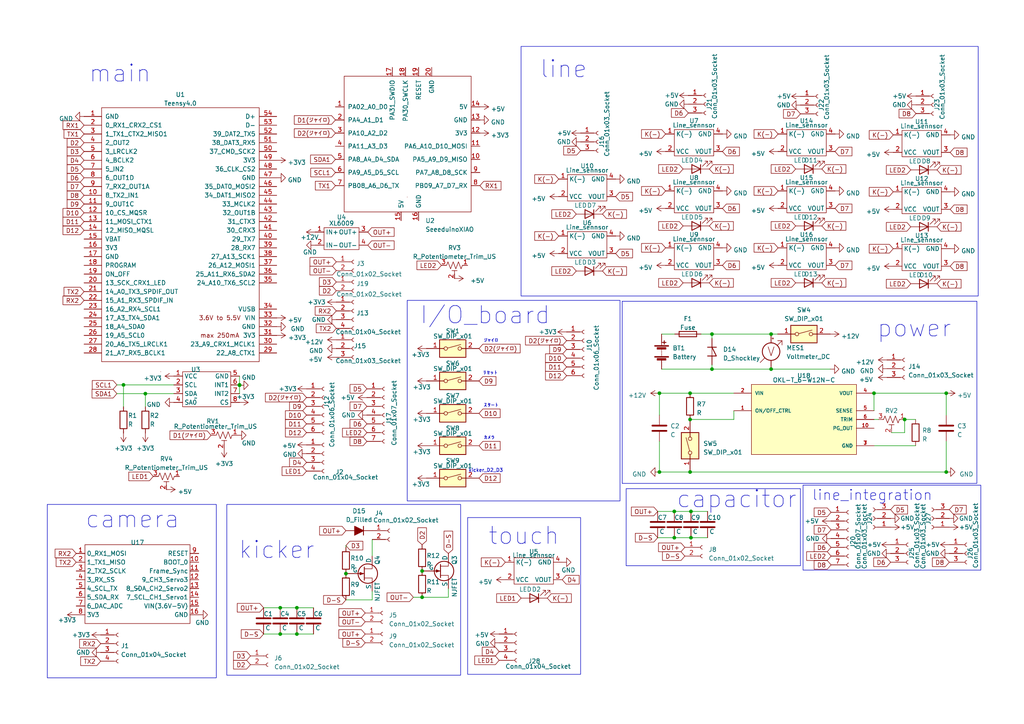
<source format=kicad_sch>
(kicad_sch (version 20230121) (generator eeschema)
  (paper "A4")
  (title_block (title "北九州オープン") (date "2023-08-01"))
  (junction (at 100.33 166.37))
  (junction (at 274.447 136.906))
  (junction (at 200.406 148.336))
  (junction (at 81.28 183.896))
  (junction (at 200.406 155.956))
  (junction (at 69.469 111.7352))
  (junction (at 200.152 136.906))
  (junction (at 274.447 114.046))
  (junction (at 191.262 114.046))
  (junction (at 200.152 121.666))
  (junction (at 253.492 114.046))
  (junction (at 81.28 176.276))
  (junction (at 262.382 121.666))
  (junction (at 69.469 111.633))
  (junction (at 35.814 111.633))
  (junction (at 223.647 96.901))
  (junction (at 191.262 136.906))
  (junction (at 86.106 183.896))
  (junction (at 42.164 114.173))
  (junction (at 195.58 155.956))
  (junction (at 122.428 173.228))
  (junction (at 122.428 165.608))
  (junction (at 206.502 96.901))
  (junction (at 86.106 176.276))
  (junction (at 195.58 148.336))
  (junction (at 206.502 107.061))
  (junction (at 200.152 114.046))
  (junction (at 223.647 107.061))
  (wire (pts (xy 69.469 111.7352) (xy 69.469 114.173)))
  (wire (pts (xy 76.454 183.896) (xy 81.28 183.896)))
  (wire (pts (xy 274.447 136.906) (xy 200.152 136.906)))
  (wire (pts (xy 253.492 121.666) (xy 254.762 121.666)))
  (wire (pts (xy 212.852 119.126) (xy 212.852 121.666)))
  (wire (pts (xy 69.469 109.093) (xy 69.469 111.633)))
  (wire (pts (xy 258.572 125.476) (xy 262.382 125.476)))
  (wire (pts (xy 274.447 114.046) (xy 274.447 120.396)))
  (wire (pts (xy 107.95 156.464) (xy 107.95 161.29)))
  (wire (pts (xy 130.048 173.228) (xy 122.428 173.228)))
  (wire (pts (xy 191.262 120.396) (xy 191.262 114.046)))
  (wire (pts (xy 107.95 171.45) (xy 107.95 173.99)))
  (wire (pts (xy 69.469 111.633) (xy 69.469 111.7352)))
  (wire (pts (xy 274.447 128.016) (xy 274.447 136.906)))
  (wire (pts (xy 190.754 155.956) (xy 195.58 155.956)))
  (wire (pts (xy 76.454 176.276) (xy 81.28 176.276)))
  (wire (pts (xy 191.262 128.016) (xy 191.262 136.906)))
  (wire (pts (xy 100.33 173.99) (xy 107.95 173.99)))
  (wire (pts (xy 195.58 148.336) (xy 200.406 148.336)))
  (wire (pts (xy 195.58 155.956) (xy 200.406 155.956)))
  (wire (pts (xy 200.152 114.046) (xy 212.852 114.046)))
  (wire (pts (xy 191.897 107.061) (xy 206.502 107.061)))
  (wire (pts (xy 191.262 114.046) (xy 200.152 114.046)))
  (wire (pts (xy 253.492 114.046) (xy 274.447 114.046)))
  (wire (pts (xy 206.502 107.061) (xy 206.502 105.791)))
  (wire (pts (xy 100.33 158.242) (xy 100.33 158.75)))
  (wire (pts (xy 190.754 148.336) (xy 195.58 148.336)))
  (wire (pts (xy 81.28 183.896) (xy 86.106 183.896)))
  (wire (pts (xy 33.909 111.633) (xy 35.814 111.633)))
  (wire (pts (xy 200.406 148.336) (xy 205.232 148.336)))
  (wire (pts (xy 191.897 96.901) (xy 195.707 96.901)))
  (wire (pts (xy 223.647 107.061) (xy 240.792 107.061)))
  (wire (pts (xy 206.502 96.901) (xy 223.647 96.901)))
  (wire (pts (xy 35.814 111.633) (xy 50.419 111.633)))
  (wire (pts (xy 42.164 114.173) (xy 42.164 117.983)))
  (wire (pts (xy 191.262 136.906) (xy 200.152 136.906)))
  (wire (pts (xy 262.382 125.476) (xy 262.382 121.666)))
  (wire (pts (xy 212.852 121.666) (xy 200.152 121.666)))
  (wire (pts (xy 203.327 96.901) (xy 206.502 96.901)))
  (wire (pts (xy 223.647 96.901) (xy 225.552 96.901)))
  (wire (pts (xy 42.164 114.173) (xy 50.419 114.173)))
  (wire (pts (xy 86.106 183.896) (xy 90.932 183.896)))
  (wire (pts (xy 35.814 117.983) (xy 35.814 111.633)))
  (wire (pts (xy 130.048 170.688) (xy 130.048 173.228)))
  (wire (pts (xy 262.382 121.666) (xy 265.557 121.666)))
  (wire (pts (xy 206.502 96.901) (xy 206.502 98.171)))
  (wire (pts (xy 253.492 129.286) (xy 265.557 129.286)))
  (wire (pts (xy 206.502 107.061) (xy 223.647 107.061)))
  (wire (pts (xy 200.406 155.956) (xy 205.232 155.956)))
  (wire (pts (xy 33.909 114.173) (xy 42.164 114.173)))
  (wire (pts (xy 119.888 173.228) (xy 122.428 173.228)))
  (wire (pts (xy 253.492 114.046) (xy 253.492 119.126)))
  (wire (pts (xy 86.106 176.276) (xy 90.932 176.276)))
  (wire (pts (xy 81.28 176.276) (xy 86.106 176.276)))
  (rectangle (start 13.716 146.304) (end 62.738 196.596))
  (rectangle (start 65.786 146.304) (end 133.604 195.834))
  (rectangle (start 135.636 150.114) (end 168.402 195.58))
  (rectangle (start 151.13 13.462) (end 283.718 85.852))
  (rectangle (start 180.467 87.376) (end 283.337 140.208))
  (rectangle (start 118.11 87.122) (end 179.832 145.288))
  (rectangle (start 232.918 140.716) (end 284.48 165.354))
  (rectangle (start 181.61 141.732) (end 232.156 164.084))
  (text "ジャイロ" (at 140.208 99.568 0) (effects (font (size 1 1)) (justify left bottom)))
  (text "kicker_D2_D3" (at 135.89 137.16 0) (effects (font (size 1 1)) (justify left bottom)))
  (text "power" (at 254.254 98.298 0) (effects (font (size 5 5)) (justify left bottom)))
  (text "main" (at 25.654 24.384 0) (effects (font (size 5 5)) (justify left bottom)))
  (text "kicker" (at 69.088 162.56 0) (effects (font (size 5 5)) (justify left bottom)))
  (text "line_integration" (at 235.458 145.542 0) (effects (font (size 3 3)) (justify left bottom)))
  (text "touch" (at 141.478 158.496 0) (effects (font (size 5 5)) (justify left bottom)))
  (text "capacitor" (at 196.088 147.828 0) (effects (font (size 5 5)) (justify left bottom)))
  (text "line" (at 156.464 23.114 0) (effects (font (size 5 5)) (justify left bottom)))
  (text "I/O_board" (at 121.666 94.488 0) (effects (font (size 5 5)) (justify left bottom)))
  (text "リセット" (at 139.954 108.966 0) (effects (font (size 1 1)) (justify left bottom)))
  (text "スタート" (at 140.208 118.364 0) (effects (font (size 1 1)) (justify left bottom)))
  (text "camera" (at 24.638 153.67 0) (effects (font (size 5 5)) (justify left bottom)))
  (text "カメラ" (at 140.208 127.762 0) (effects (font (size 1 1)) (justify left bottom)))
  (global_label "D5" (shape input) (at 178.562 73.533 0) (property "Intersheetrefs" "${INTERSHEET_REFS}" (effects hide)))
  (global_label "D10" (shape input) (at 164.338 103.886 180) (property "Intersheetrefs" "${INTERSHEET_REFS}" (effects hide)))
  (global_label "OUT+" (shape input) (at 105.918 177.8 180) (property "Intersheetrefs" "${INTERSHEET_REFS}" (effects hide)))
  (global_label "D11" (shape input) (at 24.384 64.262 180) (property "Intersheetrefs" "${INTERSHEET_REFS}" (effects hide)))
  (global_label "D-S" (shape input) (at 130.048 160.528 90) (property "Intersheetrefs" "${INTERSHEET_REFS}" (effects hide)))
  (global_label "D9" (shape input) (at 138.938 110.49 0) (property "Intersheetrefs" "${INTERSHEET_REFS}" (effects hide)))
  (global_label "D7" (shape input) (at 24.384 54.102 180) (property "Intersheetrefs" "${INTERSHEET_REFS}" (effects hide)))
  (global_label "D6" (shape input) (at 209.55 60.452 0) (property "Intersheetrefs" "${INTERSHEET_REFS}" (effects hide)))
  (global_label "K(-)" (shape input) (at 259.08 55.626 180) (property "Intersheetrefs" "${INTERSHEET_REFS}" (effects hide)))
  (global_label "SDA1" (shape input) (at 97.282 46.228 180) (property "Intersheetrefs" "${INTERSHEET_REFS}" (effects hide)))
  (global_label "D7" (shape input) (at 242.189 76.962 0) (property "Intersheetrefs" "${INTERSHEET_REFS}" (effects hide)))
  (global_label "LED1" (shape input) (at 144.78 191.516 180) (property "Intersheetrefs" "${INTERSHEET_REFS}" (effects hide)))
  (global_label "OUT+" (shape input) (at 105.918 183.896 180) (property "Intersheetrefs" "${INTERSHEET_REFS}" (effects hide)))
  (global_label "D11" (shape input) (at 164.338 106.426 180) (property "Intersheetrefs" "${INTERSHEET_REFS}" (effects hide)))
  (global_label "D11" (shape input) (at 138.938 129.286 0) (property "Intersheetrefs" "${INTERSHEET_REFS}" (effects hide)))
  (global_label "D5" (shape input) (at 168.402 43.688 180) (property "Intersheetrefs" "${INTERSHEET_REFS}" (effects hide)))
  (global_label "D5" (shape input) (at 24.384 49.022 180) (property "Intersheetrefs" "${INTERSHEET_REFS}" (effects hide)))
  (global_label "D7" (shape input) (at 241.046 153.67 180) (property "Intersheetrefs" "${INTERSHEET_REFS}" (effects hide)))
  (global_label "LED1" (shape input) (at 88.9 136.652 180) (property "Intersheetrefs" "${INTERSHEET_REFS}" (effects hide)))
  (global_label "LED2" (shape input) (at 106.426 125.476 180) (property "Intersheetrefs" "${INTERSHEET_REFS}" (effects hide)))
  (global_label "D12" (shape input) (at 88.9 125.476 180) (property "Intersheetrefs" "${INTERSHEET_REFS}" (effects hide)))
  (global_label "OUT+" (shape input) (at 198.628 158.75 180) (property "Intersheetrefs" "${INTERSHEET_REFS}" (effects hide)))
  (global_label "D7" (shape input) (at 232.156 33.02 180) (property "Intersheetrefs" "${INTERSHEET_REFS}" (effects hide)))
  (global_label "D8" (shape input) (at 275.59 60.706 0) (property "Intersheetrefs" "${INTERSHEET_REFS}" (effects hide)))
  (global_label "RX2" (shape input) (at 29.21 186.69 180) (property "Intersheetrefs" "${INTERSHEET_REFS}" (effects hide)))
  (global_label "D5" (shape input) (at 178.562 57.023 0) (property "Intersheetrefs" "${INTERSHEET_REFS}" (effects hide)))
  (global_label "K(-)" (shape input) (at 238.379 65.532 0) (property "Intersheetrefs" "${INTERSHEET_REFS}" (effects hide)))
  (global_label "K(-)" (shape input) (at 238.379 49.022 0) (property "Intersheetrefs" "${INTERSHEET_REFS}" (effects hide)))
  (global_label "SCL1" (shape input) (at 33.909 111.633 180) (property "Intersheetrefs" "${INTERSHEET_REFS}" (effects hide)))
  (global_label "K(-)" (shape input) (at 193.04 71.882 180) (property "Intersheetrefs" "${INTERSHEET_REFS}" (effects hide)))
  (global_label "OUT+" (shape input) (at 106.68 67.31 0) (property "Intersheetrefs" "${INTERSHEET_REFS}" (effects hide)))
  (global_label "D2" (shape input) (at 97.536 84.328 180) (property "Intersheetrefs" "${INTERSHEET_REFS}" (effects hide)))
  (global_label "D-S" (shape input) (at 100.33 173.99 180) (property "Intersheetrefs" "${INTERSHEET_REFS}" (effects hide)))
  (global_label "LED2" (shape input) (at 264.16 82.296 180) (property "Intersheetrefs" "${INTERSHEET_REFS}" (effects hide)))
  (global_label "D3" (shape input) (at 72.644 190.246 180) (property "Intersheetrefs" "${INTERSHEET_REFS}" (effects hide)))
  (global_label "D4" (shape input) (at 88.9 134.112 180) (property "Intersheetrefs" "${INTERSHEET_REFS}" (effects hide)))
  (global_label "D4" (shape input) (at 144.78 188.976 180) (property "Intersheetrefs" "${INTERSHEET_REFS}" (effects hide)))
  (global_label "D2" (shape input) (at 72.644 192.786 180) (property "Intersheetrefs" "${INTERSHEET_REFS}" (effects hide)))
  (global_label "LED2" (shape input) (at 167.132 62.103 180) (property "Intersheetrefs" "${INTERSHEET_REFS}" (effects hide)))
  (global_label "OUT+" (shape input) (at 190.754 148.336 180) (property "Intersheetrefs" "${INTERSHEET_REFS}" (effects hide)))
  (global_label "D7" (shape input) (at 106.426 117.856 180) (property "Intersheetrefs" "${INTERSHEET_REFS}" (effects hide)))
  (global_label "LED2" (shape input) (at 230.759 65.532 180) (property "Intersheetrefs" "${INTERSHEET_REFS}" (effects hide)))
  (global_label "OUT+" (shape input) (at 97.536 75.946 180) (property "Intersheetrefs" "${INTERSHEET_REFS}" (effects hide)))
  (global_label "K(-)" (shape input) (at 259.08 72.136 180) (property "Intersheetrefs" "${INTERSHEET_REFS}" (effects hide)))
  (global_label "D6" (shape input) (at 199.644 32.766 180) (property "Intersheetrefs" "${INTERSHEET_REFS}" (effects hide)))
  (global_label "LED1" (shape input) (at 44.45 138.176 180) (property "Intersheetrefs" "${INTERSHEET_REFS}" (effects hide)))
  (global_label "RX1" (shape input) (at 139.192 53.848 0) (property "Intersheetrefs" "${INTERSHEET_REFS}" (effects hide)))
  (global_label "TX2" (shape input) (at 97.536 95.25 180) (property "Intersheetrefs" "${INTERSHEET_REFS}" (effects hide)))
  (global_label "D7" (shape input) (at 275.336 147.828 0) (property "Intersheetrefs" "${INTERSHEET_REFS}" (effects hide)))
  (global_label "TX2" (shape input) (at 22.098 163.068 180) (property "Intersheetrefs" "${INTERSHEET_REFS}" (effects hide)))
  (global_label "D4" (shape input) (at 24.384 46.482 180) (property "Intersheetrefs" "${INTERSHEET_REFS}" (effects hide)))
  (global_label "TX2" (shape input) (at 24.384 84.582 180) (property "Intersheetrefs" "${INTERSHEET_REFS}" (effects hide)))
  (global_label "D-S" (shape input) (at 190.754 155.956 180) (property "Intersheetrefs" "${INTERSHEET_REFS}" (effects hide)))
  (global_label "D2(ジャイロ)" (shape input) (at 164.338 98.806 180) (property "Intersheetrefs" "${INTERSHEET_REFS}" (effects hide)))
  (global_label "D9" (shape input) (at 24.384 59.182 180) (property "Intersheetrefs" "${INTERSHEET_REFS}" (effects hide)))
  (global_label "D12" (shape input) (at 164.338 108.966 180) (property "Intersheetrefs" "${INTERSHEET_REFS}" (effects hide)))
  (global_label "D2" (shape input) (at 122.428 157.988 90) (property "Intersheetrefs" "${INTERSHEET_REFS}" (effects hide)))
  (global_label "TX2" (shape input) (at 29.21 191.77 180) (property "Intersheetrefs" "${INTERSHEET_REFS}" (effects hide)))
  (global_label "K(-)" (shape input) (at 174.752 62.103 0) (property "Intersheetrefs" "${INTERSHEET_REFS}" (effects hide)))
  (global_label "D-S" (shape input) (at 105.918 186.436 180) (property "Intersheetrefs" "${INTERSHEET_REFS}" (effects hide)))
  (global_label "D8" (shape input) (at 275.59 44.196 0) (property "Intersheetrefs" "${INTERSHEET_REFS}" (effects hide)))
  (global_label "LED2" (shape input) (at 128.016 76.962 180) (property "Intersheetrefs" "${INTERSHEET_REFS}" (effects hide)))
  (global_label "D1(ジャイロ)" (shape input) (at 61.214 126.238 180) (property "Intersheetrefs" "${INTERSHEET_REFS}" (effects hide)))
  (global_label "D9" (shape input) (at 88.9 117.856 180) (property "Intersheetrefs" "${INTERSHEET_REFS}" (effects hide)))
  (global_label "D4" (shape input) (at 163.068 168.148 0) (property "Intersheetrefs" "${INTERSHEET_REFS}" (effects hide)))
  (global_label "D5" (shape input) (at 106.426 112.776 180) (property "Intersheetrefs" "${INTERSHEET_REFS}" (effects hide)))
  (global_label "D2(ジャイロ)" (shape input) (at 88.9 115.316 180) (property "Intersheetrefs" "${INTERSHEET_REFS}" (effects hide)))
  (global_label "D10" (shape input) (at 138.938 119.888 0) (property "Intersheetrefs" "${INTERSHEET_REFS}" (effects hide)))
  (global_label "LED2" (shape input) (at 264.16 65.786 180) (property "Intersheetrefs" "${INTERSHEET_REFS}" (effects hide)))
  (global_label "K(-)" (shape input) (at 225.679 55.372 180) (property "Intersheetrefs" "${INTERSHEET_REFS}" (effects hide)))
  (global_label "LED2" (shape input) (at 167.132 78.613 180) (property "Intersheetrefs" "${INTERSHEET_REFS}" (effects hide)))
  (global_label "K(-)" (shape input) (at 205.74 82.042 0) (property "Intersheetrefs" "${INTERSHEET_REFS}" (effects hide)))
  (global_label "D5" (shape input) (at 241.046 148.59 180) (property "Intersheetrefs" "${INTERSHEET_REFS}" (effects hide)))
  (global_label "D8" (shape input) (at 106.426 128.016 180) (property "Intersheetrefs" "${INTERSHEET_REFS}" (effects hide)))
  (global_label "K(-)" (shape input) (at 271.78 49.276 0) (property "Intersheetrefs" "${INTERSHEET_REFS}" (effects hide)))
  (global_label "D6" (shape input) (at 258.318 163.068 180) (property "Intersheetrefs" "${INTERSHEET_REFS}" (effects hide)))
  (global_label "LED2" (shape input) (at 198.12 65.532 180) (property "Intersheetrefs" "${INTERSHEET_REFS}" (effects hide)))
  (global_label "D-S" (shape input) (at 198.628 161.29 180) (property "Intersheetrefs" "${INTERSHEET_REFS}" (effects hide)))
  (global_label "K(-)" (shape input) (at 193.04 55.372 180) (property "Intersheetrefs" "${INTERSHEET_REFS}" (effects hide)))
  (global_label "D3" (shape input) (at 24.384 43.942 180) (property "Intersheetrefs" "${INTERSHEET_REFS}" (effects hide)))
  (global_label "LED2" (shape input) (at 198.12 49.022 180) (property "Intersheetrefs" "${INTERSHEET_REFS}" (effects hide)))
  (global_label "D9" (shape input) (at 164.338 101.346 180) (property "Intersheetrefs" "${INTERSHEET_REFS}" (effects hide)))
  (global_label "OUT-" (shape input) (at 119.888 173.228 180) (property "Intersheetrefs" "${INTERSHEET_REFS}" (effects hide)))
  (global_label "K(-)" (shape input) (at 238.379 82.042 0) (property "Intersheetrefs" "${INTERSHEET_REFS}" (effects hide)))
  (global_label "K(-)" (shape input) (at 225.679 71.882 180) (property "Intersheetrefs" "${INTERSHEET_REFS}" (effects hide)))
  (global_label "D6" (shape input) (at 209.55 76.962 0) (property "Intersheetrefs" "${INTERSHEET_REFS}" (effects hide)))
  (global_label "D1(ジャイロ)" (shape input) (at 97.282 34.798 180) (property "Intersheetrefs" "${INTERSHEET_REFS}" (effects hide)))
  (global_label "D6" (shape input) (at 24.384 51.562 180) (property "Intersheetrefs" "${INTERSHEET_REFS}" (effects hide)))
  (global_label "K(-)" (shape input) (at 162.052 68.453 180) (property "Intersheetrefs" "${INTERSHEET_REFS}" (effects hide)))
  (global_label "K(-)" (shape input) (at 146.558 163.068 180) (property "Intersheetrefs" "${INTERSHEET_REFS}" (effects hide)))
  (global_label "D2" (shape input) (at 24.384 41.402 180) (property "Intersheetrefs" "${INTERSHEET_REFS}" (effects hide)))
  (global_label "RX2" (shape input) (at 22.098 160.528 180) (property "Intersheetrefs" "${INTERSHEET_REFS}" (effects hide)))
  (global_label "D2(ジャイロ)" (shape input) (at 97.282 38.608 180) (property "Intersheetrefs" "${INTERSHEET_REFS}" (effects hide)))
  (global_label "D-S" (shape input) (at 76.454 183.896 180) (property "Intersheetrefs" "${INTERSHEET_REFS}" (effects hide)))
  (global_label "D8" (shape input) (at 241.046 163.83 180) (property "Intersheetrefs" "${INTERSHEET_REFS}" (effects hide)))
  (global_label "D11" (shape input) (at 88.9 122.936 180) (property "Intersheetrefs" "${INTERSHEET_REFS}" (effects hide)))
  (global_label "LED2" (shape input) (at 198.12 82.042 180) (property "Intersheetrefs" "${INTERSHEET_REFS}" (effects hide)))
  (global_label "K(-)" (shape input) (at 162.052 51.943 180) (property "Intersheetrefs" "${INTERSHEET_REFS}" (effects hide)))
  (global_label "OUT-" (shape input) (at 97.536 78.486 180) (property "Intersheetrefs" "${INTERSHEET_REFS}" (effects hide)))
  (global_label "D7" (shape input) (at 242.189 43.942 0) (property "Intersheetrefs" "${INTERSHEET_REFS}" (effects hide)))
  (global_label "TX1" (shape input) (at 24.384 38.862 180) (property "Intersheetrefs" "${INTERSHEET_REFS}" (effects hide)))
  (global_label "D8" (shape input) (at 275.59 77.216 0) (property "Intersheetrefs" "${INTERSHEET_REFS}" (effects hide)))
  (global_label "K(-)" (shape input) (at 205.74 49.022 0) (property "Intersheetrefs" "${INTERSHEET_REFS}" (effects hide)))
  (global_label "D6" (shape input) (at 241.046 158.75 180) (property "Intersheetrefs" "${INTERSHEET_REFS}" (effects hide)))
  (global_label "RX1" (shape input) (at 24.384 36.322 180) (property "Intersheetrefs" "${INTERSHEET_REFS}" (effects hide)))
  (global_label "OUT-" (shape input) (at 105.918 180.34 180) (property "Intersheetrefs" "${INTERSHEET_REFS}" (effects hide)))
  (global_label "D12" (shape input) (at 24.384 66.802 180) (property "Intersheetrefs" "${INTERSHEET_REFS}" (effects hide)))
  (global_label "SDA1" (shape input) (at 33.909 114.173 180) (property "Intersheetrefs" "${INTERSHEET_REFS}" (effects hide)))
  (global_label "SCL1" (shape input) (at 97.282 50.038 180) (property "Intersheetrefs" "${INTERSHEET_REFS}" (effects hide)))
  (global_label "D2(ジャイロ)" (shape input) (at 138.938 101.092 0) (property "Intersheetrefs" "${INTERSHEET_REFS}" (effects hide)))
  (global_label "K(-)" (shape input) (at 205.74 65.532 0) (property "Intersheetrefs" "${INTERSHEET_REFS}" (effects hide)))
  (global_label "D12" (shape input) (at 138.938 138.684 0) (property "Intersheetrefs" "${INTERSHEET_REFS}" (effects hide)))
  (global_label "OUT-" (shape input) (at 106.68 71.12 0) (property "Intersheetrefs" "${INTERSHEET_REFS}" (effects hide)))
  (global_label "D8" (shape input) (at 265.6744 32.9416 180) (property "Intersheetrefs" "${INTERSHEET_REFS}" (effects hide)))
  (global_label "D6" (shape input) (at 106.426 122.936 180) (property "Intersheetrefs" "${INTERSHEET_REFS}" (effects hide)))
  (global_label "D8" (shape input) (at 275.336 163.068 180) (property "Intersheetrefs" "${INTERSHEET_REFS}" (effects hide)))
  (global_label "D8" (shape input) (at 24.384 56.642 180) (property "Intersheetrefs" "${INTERSHEET_REFS}" (effects hide)))
  (global_label "RX2" (shape input) (at 97.536 90.17 180) (property "Intersheetrefs" "${INTERSHEET_REFS}" (effects hide)))
  (global_label "D5" (shape input) (at 258.318 147.828 0) (property "Intersheetrefs" "${INTERSHEET_REFS}" (effects hide)))
  (global_label "TX1" (shape input) (at 97.282 53.848 180) (property "Intersheetrefs" "${INTERSHEET_REFS}" (effects hide)))
  (global_label "RX2" (shape input) (at 24.384 87.122 180) (property "Intersheetrefs" "${INTERSHEET_REFS}" (effects hide)))
  (global_label "K(-)" (shape input) (at 271.78 65.786 0) (property "Intersheetrefs" "${INTERSHEET_REFS}" (effects hide)))
  (global_label "D6" (shape input) (at 209.55 43.942 0) (property "Intersheetrefs" "${INTERSHEET_REFS}" (effects hide)))
  (global_label "LED2" (shape input) (at 241.046 161.29 180) (property "Intersheetrefs" "${INTERSHEET_REFS}" (effects hide)))
  (global_label "K(-)" (shape input) (at 174.752 78.613 0) (property "Intersheetrefs" "${INTERSHEET_REFS}" (effects hide)))
  (global_label "D7" (shape input) (at 242.189 60.452 0) (property "Intersheetrefs" "${INTERSHEET_REFS}" (effects hide)))
  (global_label "LED1" (shape input) (at 151.13 173.482 180) (property "Intersheetrefs" "${INTERSHEET_REFS}" (effects hide)))
  (global_label "LED2" (shape input) (at 264.16 49.276 180) (property "Intersheetrefs" "${INTERSHEET_REFS}" (effects hide)))
  (global_label "OUT+" (shape input) (at 100.33 153.924 180) (property "Intersheetrefs" "${INTERSHEET_REFS}" (effects hide)))
  (global_label "K(-)" (shape input) (at 259.08 39.116 180) (property "Intersheetrefs" "${INTERSHEET_REFS}" (effects hide)))
  (global_label "LED2" (shape input) (at 230.759 82.042 180) (property "Intersheetrefs" "${INTERSHEET_REFS}" (effects hide)))
  (global_label "D10" (shape input) (at 88.9 120.396 180) (property "Intersheetrefs" "${INTERSHEET_REFS}" (effects hide)))
  (global_label "D3" (shape input) (at 97.536 81.788 180) (property "Intersheetrefs" "${INTERSHEET_REFS}" (effects hide)))
  (global_label "OUT+" (shape input) (at 76.454 176.276 180) (property "Intersheetrefs" "${INTERSHEET_REFS}" (effects hide)))
  (global_label "K(-)" (shape input) (at 271.78 82.296 0) (property "Intersheetrefs" "${INTERSHEET_REFS}" (effects hide)))
  (global_label "D10" (shape input) (at 24.384 61.722 180) (property "Intersheetrefs" "${INTERSHEET_REFS}" (effects hide)))
  (global_label "K(-)" (shape input) (at 193.04 38.862 180) (property "Intersheetrefs" "${INTERSHEET_REFS}" (effects hide)))
  (global_label "K(-)" (shape input) (at 225.679 38.862 180) (property "Intersheetrefs" "${INTERSHEET_REFS}" (effects hide)))
  (global_label "LED2" (shape input) (at 230.759 49.022 180) (property "Intersheetrefs" "${INTERSHEET_REFS}" (effects hide)))
  (global_label "K(-)" (shape input) (at 158.75 173.482 0) (property "Intersheetrefs" "${INTERSHEET_REFS}" (effects hide)))
  (global_label "D3" (shape input) (at 100.33 158.242 0) (property "Intersheetrefs" "${INTERSHEET_REFS}" (effects hide)))
  (symbol (lib_id "power:+12V") (at 91.44 67.31 90) (unit 1)
    (property "Reference" "#PWR029" (effects hide))
    (property "Value" "+12V" (at 92.456 68.834 90) (effects (justify left)))
  )
  (symbol (lib_id "Connector:Conn_01x06_Socket") (at 93.98 117.856 0) (unit 1)
    (property "Reference" "J12" (at 94.742 118.364 90) (effects (justify left)))
    (property "Value" "Conn_01x06_Socket" (at 96.266 129.794 90) (effects (justify left)))
  )
  (symbol (lib_id "Switch:SW_DIP_x01") (at 131.318 129.286 0) (unit 1)
    (property "Reference" "SW8" (at 131.318 124.206 0))
    (property "Value" "SW_DIP_x01" (at 131.318 125.73 0))
  )
  (symbol (lib_id "Connector:Conn_01x04_Socket") (at 34.29 186.69 0) (unit 1)
    (property "Reference" "J1" (at 35.052 187.325 0) (effects (justify left)))
    (property "Value" "Conn_01x04_Socket" (at 35.052 189.865 0) (effects (justify left)))
  )
  (symbol (lib_id "power:+12V") (at 191.262 114.046 90) (unit 1)
    (property "Reference" "#PWR052" (effects hide))
    (property "Value" "+12V" (at 187.452 114.681 90) (effects (justify left)))
  )
  (symbol (lib_id "Connector:Conn_01x03_Socket") (at 204.724 30.226 0) (unit 1)
    (property "Reference" "J21" (at 205.74 32.004 90) (effects (justify left)))
    (property "Value" "Conn_01x03_Socket" (at 207.264 34.544 90) (effects (justify left)))
  )
  (symbol (lib_id "power:+3V3") (at 123.698 138.684 90) (unit 1)
    (property "Reference" "#PWR031" (effects hide))
    (property "Value" "+3V3" (at 124.714 140.462 90) (effects (justify left)))
  )
  (symbol (lib_id "Connector:Conn_01x04_Socket") (at 93.98 131.572 0) (unit 1)
    (property "Reference" "J2" (at 97.282 136.906 0) (effects (justify left)))
    (property "Value" "Conn_01x04_Socket" (at 90.678 138.43 0) (effects (justify left)))
  )
  (symbol (lib_id "Device:R") (at 100.33 162.56 0) (unit 1)
    (property "Reference" "R10" (at 101.6 161.925 0) (effects (justify left)))
    (property "Value" "R" (at 101.6 164.465 0) (effects (justify left)))
  )
  (symbol (lib_id "Connector:Conn_01x02_Socket") (at 77.724 190.246 0) (unit 1)
    (property "Reference" "J6" (at 79.502 190.881 0) (effects (justify left)))
    (property "Value" "Conn_01x02_Socket" (at 79.502 193.421 0) (effects (justify left)))
  )
  (symbol (lib_id "Connector:Conn_01x02_Socket") (at 110.998 183.896 0) (unit 1)
    (property "Reference" "J9" (at 112.776 184.531 0) (effects (justify left)))
    (property "Value" "Conn_01x02_Socket" (at 112.776 187.071 0) (effects (justify left)))
  )
  (symbol (lib_id "Device:R") (at 265.557 125.476 0) (unit 1)
    (property "Reference" "R8" (at 267.462 124.841 0) (effects (justify left)))
    (property "Value" "R" (at 267.462 127.381 0) (effects (justify left)))
  )
  (symbol (lib_id "Switch:SW_DIP_x01") (at 131.318 110.49 0) (unit 1)
    (property "Reference" "SW6" (at 131.318 105.41 0))
    (property "Value" "SW_DIP_x01" (at 131.318 106.934 0))
  )
  (symbol (lib_id "power:GND") (at 275.59 55.626 90) (unit 1)
    (property "Reference" "#PWR014" (effects hide))
    (property "Value" "GND" (at 278.765 56.261 90) (effects (justify right)))
  )
  (symbol (lib_id "Device:C") (at 76.454 180.086 0) (unit 1)
    (property "Reference" "C1" (at 76.454 178.054 0) (effects (justify left)))
    (property "Value" "C" (at 76.962 182.118 0) (effects (justify left)))
  )
  (symbol (lib_id "power:+5V") (at 162.052 57.023 90) (unit 1)
    (property "Reference" "#PWR049" (effects hide))
    (property "Value" "+5V" (at 158.242 57.658 90) (effects (justify left)))
  )
  (symbol (lib_id "Switch:SW_DIP_x01") (at 233.172 96.901 0) (unit 1)
    (property "Reference" "SW4" (at 233.172 89.916 0))
    (property "Value" "SW_DIP_x01" (at 233.172 92.456 0))
  )
  (symbol (lib_id "power:GND") (at 240.792 107.061 90) (unit 1)
    (property "Reference" "#PWR02" (effects hide))
    (property "Value" "GND" (at 243.967 107.696 90) (effects (justify right)))
  )
  (symbol (lib_id "power:+5V") (at 80.264 92.202 270) (unit 1)
    (property "Reference" "#PWR056" (effects hide))
    (property "Value" "+5V" (at 83.439 92.837 90) (effects (justify left)))
  )
  (symbol (lib_id "power:+3V3") (at 65.024 130.048 180) (unit 1)
    (property "Reference" "#PWR036" (effects hide))
    (property "Value" "+3V3" (at 65.024 134.493 0))
  )
  (symbol (lib_id "power:+5V") (at 275.336 157.988 90) (unit 1)
    (property "Reference" "#PWR097" (effects hide))
    (property "Value" "+5V" (at 272.542 157.988 90) (effects (justify left)))
  )
  (symbol (lib_id "Device:R") (at 122.428 161.798 0) (unit 1)
    (property "Reference" "R12" (at 123.698 161.163 0) (effects (justify left)))
    (property "Value" "R" (at 123.698 163.703 0) (effects (justify left)))
  )
  (symbol (lib_id "Device:Voltmeter_DC") (at 223.647 101.981 0) (unit 1)
    (property "Reference" "MES1" (at 228.092 100.9015 0) (effects (justify left)))
    (property "Value" "Voltmeter_DC" (at 228.092 103.4415 0) (effects (justify left)))
  )
  (symbol (lib_id "Device:R") (at 35.814 121.793 0) (unit 1)
    (property "Reference" "R1" (at 37.084 120.523 0) (effects (justify left)))
    (property "Value" "R" (at 37.084 123.063 0) (effects (justify left)))
  )
  (symbol (lib_id "Device:C") (at 191.262 124.206 0) (unit 1)
    (property "Reference" "C2" (at 194.437 123.571 0) (effects (justify left)))
    (property "Value" "C" (at 194.437 126.111 0) (effects (justify left)))
  )
  (symbol (lib_id "power:GND") (at 97.536 101.092 270) (unit 1)
    (property "Reference" "#PWR073" (effects hide))
    (property "Value" "GND" (at 93.726 101.727 90) (effects (justify right)))
  )
  (symbol (lib_id "Device:LED") (at 267.97 49.276 180) (unit 1)
    (property "Reference" "D8" (at 268.605 46.736 0))
    (property "Value" "LED" (at 265.43 46.736 0))
  )
  (symbol (lib_id "power:+3V3") (at 123.698 110.49 90) (unit 1)
    (property "Reference" "#PWR018" (effects hide))
    (property "Value" "+3V3" (at 124.968 112.268 90) (effects (justify left)))
  )
  (symbol (lib_id "Simulation_SPICE:NJFET") (at 105.41 166.37 0) (unit 1)
    (property "Reference" "Q4" (at 109.474 163.83 90) (effects (justify left)))
    (property "Value" "NJFET" (at 109.474 174.498 90) (effects (justify left)))
    (property "Sim.Device" "NJFET" (effects hide))
    (property "Sim.Type" "SHICHMANHODGES" (effects hide))
    (property "Sim.Pins" "1=D 2=G 3=S" (effects hide))
  )
  (symbol (lib_id "power:+3V3") (at 29.21 184.15 90) (unit 1)
    (property "Reference" "#PWR060" (effects hide))
    (property "Value" "+3V3" (at 26.162 184.15 90) (effects (justify left)))
  )
  (symbol (lib_id "power:+5V") (at 258.318 157.988 90) (unit 1)
    (property "Reference" "#PWR095" (effects hide))
    (property "Value" "+5V" (at 255.524 157.988 90) (effects (justify left)))
  )
  (symbol (lib_id "power:GND") (at 274.447 136.906 90) (unit 1)
    (property "Reference" "#PWR054" (effects hide))
    (property "Value" "GND" (at 278.257 137.541 90) (effects (justify right)))
  )
  (symbol (lib_id "power:GND") (at 191.262 136.906 270) (unit 1)
    (property "Reference" "#PWR053" (effects hide))
    (property "Value" "GND" (at 187.452 137.541 90) (effects (justify right)))
  )
  (symbol (lib_id "power:+5V") (at 265.6744 27.8616 90) (unit 1)
    (property "Reference" "#PWR091" (effects hide))
    (property "Value" "+5V" (at 262.8804 27.8616 90) (effects (justify left)))
  )
  (symbol (lib_id "Device:LED") (at 234.569 82.042 180) (unit 1)
    (property "Reference" "D13" (at 235.204 79.502 0))
    (property "Value" "LED" (at 232.029 79.502 0))
  )
  (symbol (lib_id "Device:R") (at 100.33 170.18 0) (unit 1)
    (property "Reference" "R9" (at 101.6 169.545 0) (effects (justify left)))
    (property "Value" "R" (at 101.6 172.085 0) (effects (justify left)))
  )
  (symbol (lib_id "Device:LED") (at 234.569 65.532 180) (unit 1)
    (property "Reference" "D12" (at 235.204 62.992 0))
    (property "Value" "LED" (at 232.029 62.992 0))
  )
  (symbol (lib_id "Device:R") (at 122.428 169.418 0) (unit 1)
    (property "Reference" "R11" (at 123.698 168.783 0) (effects (justify left)))
    (property "Value" "R" (at 123.698 171.323 0) (effects (justify left)))
  )
  (symbol (lib_id "Device:C") (at 190.754 152.146 0) (unit 1)
    (property "Reference" "C7" (at 190.754 150.114 0) (effects (justify left)))
    (property "Value" "C" (at 191.262 154.178 0) (effects (justify left)))
  )
  (symbol (lib_id "Device:C") (at 195.58 152.146 0) (unit 1)
    (property "Reference" "C8" (at 195.58 150.114 0) (effects (justify left)))
    (property "Value" "C" (at 196.088 154.178 0) (effects (justify left)))
  )
  (symbol (lib_id "Line_sennsor:Line_sennsor") (at 201.93 69.342 0) (unit 1)
    (property "Reference" "U9" (at 201.295 68.072 0))
    (property "Value" "Line_sennsor" (at 201.295 69.342 0))
  )
  (symbol (lib_id "Connector:Conn_01x03_Socket") (at 237.236 30.48 0) (unit 1)
    (property "Reference" "J22" (at 238.252 32.258 90) (effects (justify left)))
    (property "Value" "Conn_01x03_Socket" (at 239.776 34.798 90) (effects (justify left)))
  )
  (symbol (lib_id "power:+5V") (at 225.679 76.962 90) (unit 1)
    (property "Reference" "#PWR045" (effects hide))
    (property "Value" "+5V" (at 221.869 77.597 90) (effects (justify left)))
  )
  (symbol (lib_id "Connector:Conn_01x03_Socket") (at 102.616 101.092 0) (unit 1)
    (property "Reference" "J15" (at 102.616 100.33 0) (effects (justify left)))
    (property "Value" "Conn_01x03_Socket" (at 97.282 104.648 0) (effects (justify left)))
  )
  (symbol (lib_id "power:GND") (at 275.59 39.116 90) (unit 1)
    (property "Reference" "#PWR013" (effects hide))
    (property "Value" "GND" (at 278.765 39.751 90) (effects (justify right)))
  )
  (symbol (lib_id "power:+5V") (at 274.447 114.046 270) (unit 1)
    (property "Reference" "#PWR055" (effects hide))
    (property "Value" "+5V" (at 277.622 114.681 90) (effects (justify left)))
  )
  (symbol (lib_id "Connector:Conn_01x06_Socket") (at 169.418 101.346 0) (unit 1)
    (property "Reference" "J10" (at 170.942 101.981 90) (effects (justify left)))
    (property "Value" "Conn_01x06_Socket" (at 172.974 113.284 90) (effects (justify left)))
  )
  (symbol (lib_id "power:GND") (at 242.189 38.862 90) (unit 1)
    (property "Reference" "#PWR09" (effects hide))
    (property "Value" "GND" (at 245.364 39.497 90) (effects (justify right)))
  )
  (symbol (lib_id "Device:C") (at 205.232 152.146 0) (unit 1)
    (property "Reference" "C10" (at 205.232 150.114 0) (effects (justify left)))
    (property "Value" "C" (at 205.74 154.178 0) (effects (justify left)))
  )
  (symbol (lib_id "Device:LED") (at 170.942 78.613 180) (unit 1)
    (property "Reference" "D3" (at 171.577 76.073 0))
    (property "Value" "LED" (at 168.402 76.073 0))
  )
  (symbol (lib_id "power:+3V3") (at 123.698 119.888 90) (unit 1)
    (property "Reference" "#PWR019" (effects hide))
    (property "Value" "+3V3" (at 124.968 121.666 90) (effects (justify left)))
  )
  (symbol (lib_id "L3GD20H_module:L3GD20H_module") (at 59.309 112.903 0) (unit 1)
    (property "Reference" "U3" (at 56.769 107.188 0))
    (property "Value" "~" (at 56.769 115.443 0))
  )
  (symbol (lib_id "power:+12V") (at 240.792 96.901 270) (unit 1)
    (property "Reference" "#PWR01" (effects hide))
    (property "Value" "+12V" (at 243.967 97.536 90) (effects (justify left)))
  )
  (symbol (lib_id "power:GND") (at 178.562 51.943 90) (unit 1)
    (property "Reference" "#PWR05" (effects hide))
    (property "Value" "GND" (at 181.737 52.578 90) (effects (justify right)))
  )
  (symbol (lib_id "Seeeduino XIAO:SeeeduinoXIAO") (at 118.872 42.418 0) (unit 1)
    (property "Reference" "U2" (at 123.3679 64.008 0) (effects (justify left)))
    (property "Value" "SeeeduinoXIAO" (at 123.3679 66.548 0) (effects (justify left)))
  )
  (symbol (lib_id "power:GND") (at 91.44 71.12 270) (unit 1)
    (property "Reference" "#PWR059" (effects hide))
    (property "Value" "GND" (at 91.948 73.152 90) (effects (justify right)))
  )
  (symbol (lib_id "power:GND") (at 88.9 131.572 270) (unit 1)
    (property "Reference" "#PWR064" (effects hide))
    (property "Value" "GND" (at 86.106 131.826 90) (effects (justify right)))
  )
  (symbol (lib_id "power:+5V") (at 168.402 38.608 90) (unit 1)
    (property "Reference" "#PWR076" (effects hide))
    (property "Value" "+5V" (at 165.608 38.608 90) (effects (justify left)))
  )
  (symbol (lib_id "power:GND") (at 24.384 33.782 270) (unit 1)
    (property "Reference" "#PWR026" (effects hide))
    (property "Value" "GND" (at 21.209 34.417 90) (effects (justify right)))
  )
  (symbol (lib_id "Connector:Conn_01x02_Socket") (at 102.616 81.788 0) (unit 1)
    (property "Reference" "J19" (at 103.378 82.296 0) (effects (justify left)))
    (property "Value" "Conn_01x02_Socket" (at 97.536 85.344 0) (effects (justify left)))
  )
  (symbol (lib_id "power:GND") (at 69.469 111.7352 90) (unit 1)
    (property "Reference" "#PWR021" (effects hide))
    (property "Value" "GND" (at 70.104 109.474 90) (effects (justify right)))
  )
  (symbol (lib_id "power:GND") (at 144.78 186.436 270) (unit 1)
    (property "Reference" "#PWR0102" (effects hide))
    (property "Value" "GND" (at 141.986 186.69 90) (effects (justify right)))
  )
  (symbol (lib_id "power:+5V") (at 144.78 183.896 90) (unit 1)
    (property "Reference" "#PWR0101" (effects hide))
    (property "Value" "+5V" (at 141.732 184.15 90) (effects (justify left)))
  )
  (symbol (lib_id "power:GND") (at 275.59 72.136 90) (unit 1)
    (property "Reference" "#PWR015" (effects hide))
    (property "Value" "GND" (at 278.765 72.771 90) (effects (justify right)))
  )
  (symbol (lib_id "power:+5V") (at 193.04 43.942 90) (unit 1)
    (property "Reference" "#PWR039" (effects hide))
    (property "Value" "+5V" (at 189.23 44.577 90) (effects (justify left)))
  )
  (symbol (lib_id "Line_sennsor:Line_sennsor") (at 267.97 53.086 0) (unit 1)
    (property "Reference" "U12" (at 267.335 51.816 0))
    (property "Value" "Line_sennsor" (at 267.335 53.086 0))
  )
  (symbol (lib_id "Device:C") (at 274.447 124.206 0) (unit 1)
    (property "Reference" "C3" (at 277.622 123.571 0) (effects (justify left)))
    (property "Value" "C" (at 277.622 126.111 0) (effects (justify left)))
  )
  (symbol (lib_id "teensy:Teensy4.0") (at 52.324 68.072 0) (unit 1)
    (property "Reference" "U1" (at 52.324 27.432 0))
    (property "Value" "Teensy4.0" (at 52.324 29.972 0))
  )
  (symbol (lib_id "Connector:Conn_01x03_Socket") (at 270.7544 30.4016 0) (unit 1)
    (property "Reference" "J23" (at 271.7704 32.1796 90) (effects (justify left)))
    (property "Value" "Conn_01x03_Socket" (at 273.2944 34.7196 90) (effects (justify left)))
  )
  (symbol (lib_id "Device:R") (at 200.152 117.856 0) (unit 1)
    (property "Reference" "R7" (at 202.057 117.221 0) (effects (justify left)))
    (property "Value" "R" (at 202.057 119.761 0) (effects (justify left)))
  )
  (symbol (lib_id "power:GND") (at 163.068 163.068 90) (unit 1)
    (property "Reference" "#PWR017" (effects hide))
    (property "Value" "GND" (at 162.814 165.354 90) (effects (justify right)))
  )
  (symbol (lib_id "power:GND") (at 209.55 38.862 90) (unit 1)
    (property "Reference" "#PWR010" (effects hide))
    (property "Value" "GND" (at 212.725 39.497 90) (effects (justify right)))
  )
  (symbol (lib_id "power:+3V3") (at 97.536 87.63 90) (unit 1)
    (property "Reference" "#PWR067" (effects hide))
    (property "Value" "+3V3" (at 94.488 87.63 90) (effects (justify left)))
  )
  (symbol (lib_id "power:+5V") (at 131.826 80.772 270) (unit 1)
    (property "Reference" "#PWR061" (effects hide))
    (property "Value" "+5V" (at 136.398 81.407 90) (effects (justify left)))
  )
  (symbol (lib_id "power:+5V") (at 199.644 27.686 90) (unit 1)
    (property "Reference" "#PWR087" (effects hide))
    (property "Value" "+5V" (at 196.85 27.686 90) (effects (justify left)))
  )
  (symbol (lib_id "power:+5V") (at 162.052 73.533 90) (unit 1)
    (property "Reference" "#PWR048" (effects hide))
    (property "Value" "+5V" (at 158.242 74.168 90) (effects (justify left)))
  )
  (symbol (lib_id "Connector:Conn_01x03_Socket") (at 253.238 150.368 180) (unit 1)
    (property "Reference" "J24" (at 252.222 148.59 90) (effects (justify left)))
    (property "Value" "Conn_01x03_Socket" (at 250.698 146.05 90) (effects (justify left)))
  )
  (symbol (lib_id "Connector:Conn_01x02_Socket") (at 113.03 153.924 0) (unit 1)
    (property "Reference" "J4" (at 108.712 148.844 0) (effects (justify left)))
    (property "Value" "Conn_01x02_Socket" (at 108.204 150.876 0) (effects (justify left)))
  )
  (symbol (lib_id "power:GND") (at 275.336 160.528 270) (unit 1)
    (property "Reference" "#PWR098" (effects hide))
    (property "Value" "GND" (at 272.542 160.528 90) (effects (justify right)))
  )
  (symbol (lib_id "power:+5V") (at 257.302 109.474 90) (unit 1)
    (property "Reference" "#PWR071" (effects hide))
    (property "Value" "+5V" (at 253.238 110.109 90) (effects (justify left)))
  )
  (symbol (lib_id "XL6009:XL6009") (at 99.06 63.5 0) (unit 1)
    (property "Reference" "U4" (at 99.06 62.992 0))
    (property "Value" "XL6009" (at 99.06 64.77 0))
  )
  (symbol (lib_id "Connector:Conn_01x02_Socket") (at 203.708 158.75 0) (unit 1)
    (property "Reference" "J8" (at 205.486 159.385 0) (effects (justify left)))
    (property "Value" "Conn_01x02_Socket" (at 205.486 161.925 0) (effects (justify left)))
  )
  (symbol (lib_id "power:GND") (at 80.264 94.742 90) (unit 1)
    (property "Reference" "#PWR04" (effects hide))
    (property "Value" "GND" (at 84.2723 95.377 90) (effects (justify right)))
  )
  (symbol (lib_id "power:+5V") (at 193.04 76.962 90) (unit 1)
    (property "Reference" "#PWR041" (effects hide))
    (property "Value" "+5V" (at 189.23 77.597 90) (effects (justify left)))
  )
  (symbol (lib_id "power:+3V3") (at 22.098 178.308 90) (unit 1)
    (property "Reference" "#PWR028" (effects hide))
    (property "Value" "+3V3" (at 22.098 179.832 90) (effects (justify left)))
  )
  (symbol (lib_id "power:GND") (at 209.55 55.372 90) (unit 1)
    (property "Reference" "#PWR011" (effects hide))
    (property "Value" "GND" (at 212.725 56.007 90) (effects (justify right)))
  )
  (symbol (lib_id "Device:LED") (at 170.942 62.103 180) (unit 1)
    (property "Reference" "D7" (at 171.577 59.563 0))
    (property "Value" "LED" (at 168.402 59.563 0))
  )
  (symbol (lib_id "Device:LED") (at 267.97 82.296 180) (unit 1)
    (property "Reference" "D10" (at 268.605 79.756 0))
    (property "Value" "LED" (at 265.43 79.756 0))
  )
  (symbol (lib_id "power:GND") (at 242.189 71.882 90) (unit 1)
    (property "Reference" "#PWR07" (effects hide))
    (property "Value" "GND" (at 245.364 72.517 90) (effects (justify right)))
  )
  (symbol (lib_id "Device:C") (at 200.406 152.146 0) (unit 1)
    (property "Reference" "C9" (at 200.406 150.114 0) (effects (justify left)))
    (property "Value" "C" (at 200.914 154.178 0) (effects (justify left)))
  )
  (symbol (lib_id "power:GND") (at 178.562 68.453 90) (unit 1)
    (property "Reference" "#PWR06" (effects hide))
    (property "Value" "GND" (at 181.737 69.088 90) (effects (justify right)))
  )
  (symbol (lib_id "power:+3V3") (at 123.698 129.286 90) (unit 1)
    (property "Reference" "#PWR030" (effects hide))
    (property "Value" "+3V3" (at 124.968 131.064 90) (effects (justify left)))
  )
  (symbol (lib_id "Connector:Conn_01x03_Socket") (at 280.416 160.528 0) (unit 1)
    (property "Reference" "J26" (at 281.432 162.306 90) (effects (justify left)))
    (property "Value" "Conn_01x03_Socket" (at 282.956 164.846 90) (effects (justify left)))
  )
  (symbol (lib_id "Device:LED") (at 201.93 65.532 180) (unit 1)
    (property "Reference" "D5" (at 202.565 62.992 0))
    (property "Value" "LED" (at 199.39 62.992 0))
  )
  (symbol (lib_id "Device:Battery") (at 191.897 101.981 0) (unit 1)
    (property "Reference" "BT1" (at 195.072 100.965 0) (effects (justify left)))
    (property "Value" "Battery" (at 195.072 103.505 0) (effects (justify left)))
  )
  (symbol (lib_id "power:GND") (at 97.536 92.71 270) (unit 1)
    (property "Reference" "#PWR068" (effects hide))
    (property "Value" "GND" (at 94.488 92.71 90) (effects (justify right)))
  )
  (symbol (lib_id "power:GND") (at 209.55 71.882 90) (unit 1)
    (property "Reference" "#PWR012" (effects hide))
    (property "Value" "GND" (at 212.725 72.517 90) (effects (justify right)))
  )
  (symbol (lib_id "Device:C") (at 81.28 180.086 0) (unit 1)
    (property "Reference" "C4" (at 81.28 178.054 0) (effects (justify left)))
    (property "Value" "C" (at 81.788 182.118 0) (effects (justify left)))
  )
  (symbol (lib_id "power:GND") (at 232.156 30.48 270) (unit 1)
    (property "Reference" "#PWR090" (effects hide))
    (property "Value" "GND" (at 229.362 30.48 90) (effects (justify right)))
  )
  (symbol (lib_id "Device:D_Shockley") (at 206.502 101.981 270) (unit 1)
    (property "Reference" "D14" (at 209.677 101.346 90) (effects (justify left)))
    (property "Value" "D_Shockley" (at 209.677 103.886 90) (effects (justify left)))
  )
  (symbol (lib_id "Device:LED") (at 234.569 49.022 180) (unit 1)
    (property "Reference" "D11" (at 235.204 46.482 0))
    (property "Value" "LED" (at 232.029 46.482 0))
  )
  (symbol (lib_id "Device:LED") (at 201.93 82.042 180) (unit 1)
    (property "Reference" "D6" (at 202.565 79.502 0))
    (property "Value" "LED" (at 199.39 79.502 0))
  )
  (symbol (lib_id "power:GND") (at 265.6744 30.4016 270) (unit 1)
    (property "Reference" "#PWR092" (effects hide))
    (property "Value" "GND" (at 262.8804 30.4016 90) (effects (justify right)))
  )
  (symbol (lib_id "power:+3V3") (at 35.814 125.603 180) (unit 1)
    (property "Reference" "#PWR034" (effects hide))
    (property "Value" "+3V3" (at 35.814 130.048 0))
  )
  (symbol (lib_id "power:+3V3") (at 139.192 38.608 270) (unit 1)
    (property "Reference" "#PWR032" (effects hide))
    (property "Value" "+3V3" (at 142.367 39.243 90) (effects (justify left)))
  )
  (symbol (lib_id "power:+5V") (at 232.156 27.94 90) (unit 1)
    (property "Reference" "#PWR089" (effects hide))
    (property "Value" "+5V" (at 229.362 27.94 90) (effects (justify left)))
  )
  (symbol (lib_id "power:GND") (at 242.189 55.372 90) (unit 1)
    (property "Reference" "#PWR08" (effects hide))
    (property "Value" "GND" (at 245.364 56.007 90) (effects (justify right)))
  )
  (symbol (lib_id "power:+5V") (at 88.9 129.032 90) (unit 1)
    (property "Reference" "#PWR063" (effects hide))
    (property "Value" "+5V" (at 85.852 129.286 90) (effects (justify left)))
  )
  (symbol (lib_id "Line_sennsor:Line_sennsor") (at 234.569 36.322 0) (unit 1)
    (property "Reference" "U14" (at 233.934 35.052 0))
    (property "Value" "Line_sennsor" (at 233.934 36.322 0))
  )
  (symbol (lib_id "power:+3V3") (at 50.419 109.093 90) (unit 1)
    (property "Reference" "#PWR038" (effects hide))
    (property "Value" "+3V3" (at 46.9577 109.728 90) (effects (justify left)))
  )
  (symbol (lib_id "Connector:Conn_01x02_Socket") (at 102.616 75.946 0) (unit 1)
    (property "Reference" "J3" (at 103.378 76.454 0) (effects (justify left)))
    (property "Value" "Conn_01x02_Socket" (at 97.536 79.502 0) (effects (justify left)))
  )
  (symbol (lib_id "power:+12V") (at 257.302 104.394 90) (unit 1)
    (property "Reference" "#PWR070" (effects hide))
    (property "Value" "+12V" (at 253.492 105.029 90) (effects (justify left)))
  )
  (symbol (lib_id "power:GND") (at 68.834 126.238 90) (unit 1)
    (property "Reference" "#PWR023" (effects hide))
    (property "Value" "GND" (at 70.104 128.524 90) (effects (justify right)))
  )
  (symbol (lib_id "power:GND") (at 258.318 160.528 270) (unit 1)
    (property "Reference" "#PWR096" (effects hide))
    (property "Value" "GND" (at 255.524 160.528 90) (effects (justify right)))
  )
  (symbol (lib_id "power:GND") (at 57.658 178.308 90) (unit 1)
    (property "Reference" "#PWR016" (effects hide))
    (property "Value" "GND" (at 56.642 180.594 90) (effects (justify right)))
  )
  (symbol (lib_id "power:+3V3") (at 123.698 101.092 90) (unit 1)
    (property "Reference" "#PWR037" (effects hide))
    (property "Value" "+3V3" (at 124.6193 102.87 90) (effects (justify left)))
  )
  (symbol (lib_id "Line_sennsor:Line_sennsor") (at 267.97 69.596 0) (unit 1)
    (property "Reference" "U13" (at 267.335 68.326 0))
    (property "Value" "Line_sennsor" (at 267.335 69.596 0))
  )
  (symbol (lib_id "power:+3V3") (at 69.469 116.713 270) (unit 1)
    (property "Reference" "#PWR035" (effects hide))
    (property "Value" "+3V3" (at 68.58 115.062 90) (effects (justify left)))
  )
  (symbol (lib_id "Device:LED") (at 201.93 49.022 180) (unit 1)
    (property "Reference" "D4" (at 202.565 46.482 0))
    (property "Value" "LED" (at 199.39 46.482 0))
  )
  (symbol (lib_id "Connector:Conn_01x04_Socket") (at 102.616 90.17 0) (unit 1)
    (property "Reference" "J13" (at 103.378 90.805 0) (effects (justify left)))
    (property "Value" "Conn_01x04_Socket" (at 97.282 96.266 0) (effects (justify left)))
  )
  (symbol (lib_id "power:+5V") (at 258.318 152.908 270) (unit 1)
    (property "Reference" "#PWR093" (effects hide))
    (property "Value" "+5V" (at 261.112 152.908 90) (effects (justify left)))
  )
  (symbol (lib_id "power:GND") (at 199.644 30.226 270) (unit 1)
    (property "Reference" "#PWR088" (effects hide))
    (property "Value" "GND" (at 196.85 30.226 90) (effects (justify right)))
  )
  (symbol (lib_id "power:+3V3") (at 80.264 46.482 270) (unit 1)
    (property "Reference" "#PWR024" (effects hide))
    (property "Value" "+3V3" (at 83.439 47.117 90) (effects (justify left)))
  )
  (symbol (lib_id "power:GND") (at 139.192 34.798 90) (unit 1)
    (property "Reference" "#PWR020" (effects hide))
    (property "Value" "GND" (at 142.367 35.433 90) (effects (justify right)))
  )
  (symbol (lib_id "Device:Fuse") (at 199.517 96.901 90) (unit 1)
    (property "Reference" "F1" (at 199.517 92.456 90))
    (property "Value" "Fuse" (at 199.517 94.996 90))
  )
  (symbol (lib_id "OKL-T_6-W12N-C:OKL-T_6-W12N-C") (at 233.172 121.666 0) (unit 1)
    (property "Reference" "U18" (at 233.172 108.966 0))
    (property "Value" "OKL-T_6-W12N-C" (at 233.172 110.236 0))
    (property "Footprint" "CONV_OKL-T/6-W12N-C" (effects hide))
  )
  (symbol (lib_id "Device:C") (at 90.932 180.086 0) (unit 1)
    (property "Reference" "C6" (at 90.932 178.054 0) (effects (justify left)))
    (property "Value" "C" (at 91.44 182.118 0) (effects (justify left)))
  )
  (symbol (lib_id "Connector:Conn_01x07_Socket") (at 246.126 156.21 0) (unit 1)
    (property "Reference" "J20" (at 247.396 159.004 90) (effects (justify left)))
    (property "Value" "Conn_01x07_Socket" (at 248.92 165.1 90) (effects (justify left)))
  )
  (symbol (lib_id "Connector:Conn_01x02_Socket") (at 110.998 177.8 0) (unit 1)
    (property "Reference" "J5" (at 112.776 178.435 0) (effects (justify left)))
    (property "Value" "Conn_01x02_Socket" (at 112.776 180.975 0) (effects (justify left)))
  )
  (symbol (lib_id "power:+3V3") (at 80.264 97.282 270) (unit 1)
    (property "Reference" "#PWR025" (effects hide))
    (property "Value" "+3V3" (at 83.566 97.917 90) (effects (justify left)))
  )
  (symbol (lib_id "power:GND") (at 29.21 189.23 270) (unit 1)
    (property "Reference" "#PWR062" (effects hide))
    (property "Value" "GND" (at 26.162 189.23 90) (effects (justify right)))
  )
  (symbol (lib_id "Device:R") (at 42.164 121.793 0) (unit 1)
    (property "Reference" "R2" (at 43.434 120.523 0) (effects (justify left)))
    (property "Value" "R" (at 43.434 123.063 0) (effects (justify left)))
  )
  (symbol (lib_id "Device:R_Potentiometer_Trim_US") (at 48.26 138.176 270) (unit 1)
    (property "Reference" "RV4" (at 48.26 133.096 90))
    (property "Value" "R_Potentiometer_Trim_US" (at 48.26 135.636 90))
  )
  (symbol (lib_id "Device:R_Potentiometer_Trim_US") (at 258.572 121.666 270) (unit 1)
    (property "Reference" "RV2" (at 258.572 119.126 90))
    (property "Value" "R_Potentiometer_Trim_US" (effects hide))
  )
  (symbol (lib_id "power:GND") (at 257.302 106.934 270) (unit 1)
    (property "Reference" "#PWR069" (effects hide))
    (property "Value" "GND" (at 253.492 107.569 90) (effects (justify right)))
  )
  (symbol (lib_id "power:+5V") (at 225.679 43.942 90) (unit 1)
    (property "Reference" "#PWR047" (effects hide))
    (property "Value" "+5V" (at 221.869 44.577 90) (effects (justify left)))
  )
  (symbol (lib_id "Device:LED") (at 154.94 173.482 180) (unit 1)
    (property "Reference" "D2" (at 155.575 170.942 0))
    (property "Value" "LED" (at 152.4 170.942 0))
  )
  (symbol (lib_id "Connector:Conn_01x07_Socket") (at 111.506 120.396 0) (unit 1)
    (property "Reference" "J17" (at 112.776 123.19 90) (effects (justify left)))
    (property "Value" "Conn_01x07_Socket" (at 114.3 129.286 90) (effects (justify left)))
  )
  (symbol (lib_id "Line_sennsor:Line_sennsor") (at 170.942 65.913 0) (unit 1)
    (property "Reference" "U6" (at 170.307 64.643 0))
    (property "Value" "Line_sennsor" (at 170.307 65.913 0))
  )
  (symbol (lib_id "Connector:Conn_01x03_Socket") (at 173.482 41.148 0) (unit 1)
    (property "Reference" "J16" (at 174.498 42.926 90) (effects (justify left)))
    (property "Value" "Conn_01x03_Socket" (at 176.022 45.466 90) (effects (justify left)))
  )
  (symbol (lib_id "Line_sennsor:Line_sennsor") (at 201.93 52.832 0) (unit 1)
    (property "Reference" "U8" (at 201.295 51.562 0))
    (property "Value" "Line_sennsor" (at 201.295 52.832 0))
  )
  (symbol (lib_id "power:+3V3") (at 42.164 125.603 180) (unit 1)
    (property "Reference" "#PWR033" (effects hide))
    (property "Value" "+3V3" (at 42.164 130.048 0))
  )
  (symbol (lib_id "Connector:Conn_01x04_Socket") (at 149.86 186.436 0) (unit 1)
    (property "Reference" "J28" (at 153.162 191.77 0) (effects (justify left)))
    (property "Value" "Conn_01x04_Socket" (at 146.558 193.294 0) (effects (justify left)))
  )
  (symbol (lib_id "Device:R_Potentiometer_Trim_US") (at 131.826 76.962 270) (unit 1)
    (property "Reference" "RV3" (at 131.826 71.882 90))
    (property "Value" "R_Potentiometer_Trim_US" (at 131.826 74.422 90))
  )
  (symbol (lib_id "Open MV:Open_MV") (at 39.878 168.148 0) (unit 1)
    (property "Reference" "U17" (at 39.878 157.353 0))
    (property "Value" "~" (at 39.878 170.688 0))
  )
  (symbol (lib_id "Switch:SW_DIP_x01") (at 200.152 129.286 90) (unit 1)
    (property "Reference" "SW5" (at 203.962 128.651 90) (effects (justify right)))
    (property "Value" "SW_DIP_x01" (at 203.962 131.191 90) (effects (justify right)))
  )
  (symbol (lib_id "power:+5V") (at 225.679 60.452 90) (unit 1)
    (property "Reference" "#PWR046" (effects hide))
    (property "Value" "+5V" (at 221.869 61.087 90) (effects (justify left)))
  )
  (symbol (lib_id "Device:D_Filled") (at 104.14 153.924 180) (unit 1)
    (property "Reference" "D15" (at 104.14 148.209 0))
    (property "Value" "D_Filled" (at 104.14 150.749 0))
    (property "Sim.Device" "D" (effects hide))
    (property "Sim.Pins" "1=K 2=A" (effects hide))
  )
  (symbol (lib_id "Connector:Conn_01x03_Socket") (at 262.382 106.934 0) (unit 1)
    (property "Reference" "J14" (at 263.398 106.299 0) (effects (justify left)))
    (property "Value" "Conn_01x03_Socket" (at 263.398 108.839 0) (effects (justify left)))
  )
  (symbol (lib_id "Connector:Conn_01x03_Socket") (at 270.256 150.368 180) (unit 1)
    (property "Reference" "J27" (at 269.24 148.59 90) (effects (justify left)))
    (property "Value" "Conn_01x03_Socket" (at 267.716 146.05 90) (effects (justify left)))
  )
  (symbol (lib_id "Connector:Conn_01x03_Socket") (at 263.398 160.528 0) (unit 1)
    (property "Reference" "J25" (at 264.414 162.306 90) (effects (justify left)))
    (property "Value" "Conn_01x03_Socket" (at 265.938 164.846 90) (effects (justify left)))
  )
  (symbol (lib_id "power:GND") (at 80.264 51.562 90) (unit 1)
    (property "Reference" "#PWR03" (effects hide))
    (property "Value" "GND" (at 83.439 52.197 90) (effects (justify right)))
  )
  (symbol (lib_id "Line_sennsor:Line_sennsor") (at 234.569 69.342 0) (unit 1)
    (property "Reference" "U16" (at 233.934 68.072 0))
    (property "Value" "Line_sennsor" (at 233.934 69.342 0))
  )
  (symbol (lib_id "power:GND") (at 241.046 156.21 270) (unit 1)
    (property "Reference" "#PWR086" (effects hide))
    (property "Value" "GND" (at 237.744 156.21 90) (effects (justify right)))
  )
  (symbol (lib_id "power:+5V") (at 97.536 103.632 90) (unit 1)
    (property "Reference" "#PWR074" (effects hide))
    (property "Value" "+5V" (at 93.472 104.267 90) (effects (justify left)))
  )
  (symbol (lib_id "Device:LED") (at 267.97 65.786 180) (unit 1)
    (property "Reference" "D9" (at 268.605 63.246 0))
    (property "Value" "LED" (at 265.43 63.246 0))
  )
  (symbol (lib_id "Switch:SW_DIP_x01") (at 131.318 101.092 0) (unit 1)
    (property "Reference" "SW1" (at 131.318 96.012 0))
    (property "Value" "SW_DIP_x01" (at 131.318 97.536 0))
  )
  (symbol (lib_id "power:+3V3") (at 88.9 112.776 90) (unit 1)
    (property "Reference" "#PWR066" (effects hide))
    (property "Value" "+3V3" (at 86.106 112.776 90) (effects (justify left)))
  )
  (symbol (lib_id "power:GND") (at 168.402 41.148 270) (unit 1)
    (property "Reference" "#PWR075" (effects hide))
    (property "Value" "GND" (at 165.608 41.148 90) (effects (justify right)))
  )
  (symbol (lib_id "power:+5V") (at 259.08 77.216 90) (unit 1)
    (property "Reference" "#PWR044" (effects hide))
    (property "Value" "+5V" (at 255.27 77.851 90) (effects (justify left)))
  )
  (symbol (lib_id "power:+5V") (at 241.046 151.13 90) (unit 1)
    (property "Reference" "#PWR085" (effects hide))
    (property "Value" "+5V" (at 237.49 151.13 90) (effects (justify left)))
  )
  (symbol (lib_id "Switch:SW_DIP_x01") (at 131.318 119.888 0) (unit 1)
    (property "Reference" "SW7" (at 131.318 114.808 0))
    (property "Value" "SW_DIP_x01" (at 131.318 116.332 0))
  )
  (symbol (lib_id "power:+5V") (at 275.336 152.908 270) (unit 1)
    (property "Reference" "#PWR099" (effects hide))
    (property "Value" "+5V" (at 278.13 152.908 90) (effects (justify left)))
  )
  (symbol (lib_id "power:+5V") (at 48.26 141.986 270) (unit 1)
    (property "Reference" "#PWR027" (effects hide))
    (property "Value" "+5V" (at 51.562 142.621 90) (effects (justify left)))
  )
  (symbol (lib_id "power:GND") (at 258.318 150.368 90) (unit 1)
    (property "Reference" "#PWR094" (effects hide))
    (property "Value" "GND" (at 261.112 150.368 90) (effects (justify right)))
  )
  (symbol (lib_id "Line_sennsor:Line_sennsor") (at 155.448 160.528 0) (unit 1)
    (property "Reference" "U5" (at 154.813 160.02 0))
    (property "Value" "Line_sennsor" (at 154.813 161.036 0))
  )
  (symbol (lib_id "power:+5V") (at 146.558 168.148 90) (unit 1)
    (property "Reference" "#PWR050" (effects hide))
    (property "Value" "+5V" (at 142.748 168.783 90) (effects (justify left)))
  )
  (symbol (lib_id "power:GND") (at 275.336 150.368 90) (unit 1)
    (property "Reference" "#PWR0100" (effects hide))
    (property "Value" "GND" (at 278.13 150.368 90) (effects (justify right)))
  )
  (symbol (lib_id "Device:R_Potentiometer_Trim_US") (at 65.024 126.238 270) (unit 1)
    (property "Reference" "RV1" (at 61.722 122.174 90))
    (property "Value" "R_Potentiometer_Trim_US" (at 62.484 123.698 90))
  )
  (symbol (lib_id "Device:C") (at 86.106 180.086 0) (unit 1)
    (property "Reference" "C5" (at 86.106 178.054 0) (effects (justify left)))
    (property "Value" "C" (at 86.614 182.118 0) (effects (justify left)))
  )
  (symbol (lib_id "power:GND") (at 50.419 116.713 270) (unit 1)
    (property "Reference" "#PWR022" (effects hide))
    (property "Value" "GND" (at 46.609 117.348 90) (effects (justify right)))
  )
  (symbol (lib_id "power:+5V") (at 193.04 60.452 90) (unit 1)
    (property "Reference" "#PWR040" (effects hide))
    (property "Value" "+5V" (at 189.23 61.087 90) (effects (justify left)))
  )
  (symbol (lib_id "power:+5V") (at 259.08 60.706 90) (unit 1)
    (property "Reference" "#PWR043" (effects hide))
    (property "Value" "+5V" (at 255.27 61.341 90) (effects (justify left)))
  )
  (symbol (lib_id "power:+12V") (at 97.536 98.552 90) (unit 1)
    (property "Reference" "#PWR072" (effects hide))
    (property "Value" "+12V" (at 93.726 99.187 90) (effects (justify left)))
  )
  (symbol (lib_id "Simulation_SPICE:NJFET") (at 127.508 165.608 0) (unit 1)
    (property "Reference" "Q3" (at 131.826 163.83 90) (effects (justify left)))
    (property "Value" "NJFET" (at 131.826 173.228 90) (effects (justify left)))
    (property "Sim.Device" "NJFET" (effects hide))
    (property "Sim.Type" "SHICHMANHODGES" (effects hide))
    (property "Sim.Pins" "1=D 2=G 3=S" (effects hide))
  )
  (symbol (lib_id "power:+5V") (at 259.08 44.196 90) (unit 1)
    (property "Reference" "#PWR042" (effects hide))
    (property "Value" "+5V" (at 255.27 44.831 90) (effects (justify left)))
  )
  (symbol (lib_id "power:+5V") (at 139.192 30.988 270) (unit 1)
    (property "Reference" "#PWR051" (effects hide))
    (property "Value" "+5V" (at 142.367 31.623 90) (effects (justify left)))
  )
  (symbol (lib_id "Switch:SW_DIP_x01") (at 131.318 138.684 0) (unit 1)
    (property "Reference" "SW9" (at 131.318 133.604 0))
    (property "Value" "SW_DIP_x01" (at 131.318 135.128 0))
  )
  (symbol (lib_id "Line_sennsor:Line_sennsor") (at 201.93 36.322 0) (unit 1)
    (property "Reference" "U7" (at 201.295 35.052 0))
    (property "Value" "Line_sennsor" (at 201.295 36.322 0))
  )
  (symbol (lib_id "Line_sennsor:Line_sennsor") (at 170.942 49.403 0) (unit 1)
    (property "Reference" "U10" (at 170.307 48.133 0))
    (property "Value" "Line_sennsor" (at 170.307 49.403 0))
  )
  (symbol (lib_id "power:GND") (at 106.426 120.396 270) (unit 1)
    (property "Reference" "#PWR078" (effects hide))
    (property "Value" "GND" (at 103.124 120.396 90) (effects (justify right)))
  )
  (symbol (lib_id "Line_sennsor:Line_sennsor") (at 267.97 36.576 0) (unit 1)
    (property "Reference" "U11" (at 267.335 35.306 0))
    (property "Value" "Line_sennsor" (at 267.335 36.576 0))
  )
  (symbol (lib_id "power:+5V") (at 106.426 115.316 90) (unit 1)
    (property "Reference" "#PWR077" (effects hide))
    (property "Value" "+5V" (at 102.87 115.316 90) (effects (justify left)))
  )
  (symbol (lib_id "Line_sennsor:Line_sennsor") (at 234.569 52.832 0) (unit 1)
    (property "Reference" "U15" (at 233.934 51.562 0))
    (property "Value" "Line_sennsor" (at 233.934 52.832 0))
  )
  (symbol (lib_id "power:+3V3") (at 164.338 96.266 90) (unit 1)
    (property "Reference" "#PWR065" (effects hide))
    (property "Value" "+3V3" (at 161.544 96.266 90) (effects (justify left)))
  )
)
</source>
